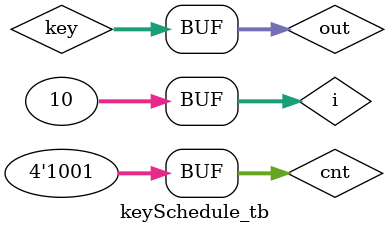
<source format=v>
module keyScheduler(
    input [127:0]in_key,
    input [3:0] round_cnt,
    output [127:0]round_key);
    reg[127:0] prev_key;
    reg [7:0]rcon ;
    wire [31:0]sbox_out;
    wire [7:0] r0;
 
    aes_sbox sbox(
                .sboxw({prev_key[23:16],prev_key[15:8],prev_key[7:0],prev_key[31:24]}),
                .new_sboxw(sbox_out)
                 );
    assign r0 = rcon ^  prev_key[127:120];  
    assign round_key[127:96] = sbox_out ^ {r0,prev_key[119:96]}; 

    assign round_key [95:64] = round_key[127:96] ^ prev_key [95:64];
    assign round_key [63:32] = round_key[95:64] ^ prev_key [63:32];
    assign round_key [31:0] = round_key[63:32] ^ prev_key [31:0];


    always @(round_cnt) begin
        if(round_cnt)
        begin
            rcon = {rcon[6 : 0], 1'b0} ^ (8'h1b & {8{rcon[7]}});
            prev_key = round_key;
        end
        else
        begin 
            prev_key = in_key;
            rcon = 8'h01;
        end
    end
    

endmodule
// module rcon(
//     input [3:0] round;
//     output [7:0] rcon_out
// );
// always @(round) begin
//     case (round)
//     4'd00: rcon_out = 1'h01;
//     4'd01: rcon_out = 1'h02;
//     4'd02: rcon_out = 1'h01;
//     4'd03: rcon_out = 1'h01;
//     4'd04: rcon_out = 1'h01;
//     4'd05: rcon_out = 1'h01;
//     4'd06: rcon_out = 1'h01;
//     4'd07: rcon_out = 1'h01;
//     4'd08: rcon_out = 1'h01;
//     4'd09: rcon_out = 1'h01;

module keySchedule_tb ();
    reg [127:0] key;
    reg[3:0] cnt;
    wire [127:0] out;
    keyScheduler DUT(.in_key(key),
                    .round_key(out),
                    .round_cnt(cnt) 
                  );
    integer i;
    initial begin
        key = 128'h6162636465666768696a6b6c6d6e6f70;
        for (i=0;i<10;i=i+1)
        begin
            cnt= i ;
            #5;
            key = out;
        end
    end
endmodule
</source>
